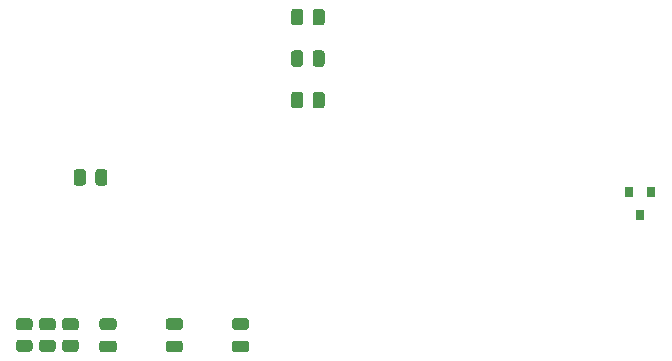
<source format=gtp>
%TF.GenerationSoftware,KiCad,Pcbnew,5.1.10*%
%TF.CreationDate,2021-06-17T09:11:18+01:00*%
%TF.ProjectId,controller,636f6e74-726f-46c6-9c65-722e6b696361,V0.2*%
%TF.SameCoordinates,Original*%
%TF.FileFunction,Paste,Top*%
%TF.FilePolarity,Positive*%
%FSLAX46Y46*%
G04 Gerber Fmt 4.6, Leading zero omitted, Abs format (unit mm)*
G04 Created by KiCad (PCBNEW 5.1.10) date 2021-06-17 09:11:18*
%MOMM*%
%LPD*%
G01*
G04 APERTURE LIST*
%ADD10R,0.800000X0.900000*%
G04 APERTURE END LIST*
G36*
G01*
X168605000Y-109940000D02*
X167655000Y-109940000D01*
G75*
G02*
X167405000Y-109690000I0J250000D01*
G01*
X167405000Y-109190000D01*
G75*
G02*
X167655000Y-108940000I250000J0D01*
G01*
X168605000Y-108940000D01*
G75*
G02*
X168855000Y-109190000I0J-250000D01*
G01*
X168855000Y-109690000D01*
G75*
G02*
X168605000Y-109940000I-250000J0D01*
G01*
G37*
G36*
G01*
X168605000Y-108040000D02*
X167655000Y-108040000D01*
G75*
G02*
X167405000Y-107790000I0J250000D01*
G01*
X167405000Y-107290000D01*
G75*
G02*
X167655000Y-107040000I250000J0D01*
G01*
X168605000Y-107040000D01*
G75*
G02*
X168855000Y-107290000I0J-250000D01*
G01*
X168855000Y-107790000D01*
G75*
G02*
X168605000Y-108040000I-250000J0D01*
G01*
G37*
G36*
G01*
X174212600Y-108040000D02*
X173262600Y-108040000D01*
G75*
G02*
X173012600Y-107790000I0J250000D01*
G01*
X173012600Y-107290000D01*
G75*
G02*
X173262600Y-107040000I250000J0D01*
G01*
X174212600Y-107040000D01*
G75*
G02*
X174462600Y-107290000I0J-250000D01*
G01*
X174462600Y-107790000D01*
G75*
G02*
X174212600Y-108040000I-250000J0D01*
G01*
G37*
G36*
G01*
X174212600Y-109940000D02*
X173262600Y-109940000D01*
G75*
G02*
X173012600Y-109690000I0J250000D01*
G01*
X173012600Y-109190000D01*
G75*
G02*
X173262600Y-108940000I250000J0D01*
G01*
X174212600Y-108940000D01*
G75*
G02*
X174462600Y-109190000I0J-250000D01*
G01*
X174462600Y-109690000D01*
G75*
G02*
X174212600Y-109940000I-250000J0D01*
G01*
G37*
G36*
G01*
X179820200Y-108040000D02*
X178870200Y-108040000D01*
G75*
G02*
X178620200Y-107790000I0J250000D01*
G01*
X178620200Y-107290000D01*
G75*
G02*
X178870200Y-107040000I250000J0D01*
G01*
X179820200Y-107040000D01*
G75*
G02*
X180070200Y-107290000I0J-250000D01*
G01*
X180070200Y-107790000D01*
G75*
G02*
X179820200Y-108040000I-250000J0D01*
G01*
G37*
G36*
G01*
X179820200Y-109940000D02*
X178870200Y-109940000D01*
G75*
G02*
X178620200Y-109690000I0J250000D01*
G01*
X178620200Y-109190000D01*
G75*
G02*
X178870200Y-108940000I250000J0D01*
G01*
X179820200Y-108940000D01*
G75*
G02*
X180070200Y-109190000I0J-250000D01*
G01*
X180070200Y-109690000D01*
G75*
G02*
X179820200Y-109940000I-250000J0D01*
G01*
G37*
G36*
G01*
X164500699Y-108870000D02*
X165400701Y-108870000D01*
G75*
G02*
X165650700Y-109119999I0J-249999D01*
G01*
X165650700Y-109645001D01*
G75*
G02*
X165400701Y-109895000I-249999J0D01*
G01*
X164500699Y-109895000D01*
G75*
G02*
X164250700Y-109645001I0J249999D01*
G01*
X164250700Y-109119999D01*
G75*
G02*
X164500699Y-108870000I249999J0D01*
G01*
G37*
G36*
G01*
X164500699Y-107045000D02*
X165400701Y-107045000D01*
G75*
G02*
X165650700Y-107294999I0J-249999D01*
G01*
X165650700Y-107820001D01*
G75*
G02*
X165400701Y-108070000I-249999J0D01*
G01*
X164500699Y-108070000D01*
G75*
G02*
X164250700Y-107820001I0J249999D01*
G01*
X164250700Y-107294999D01*
G75*
G02*
X164500699Y-107045000I249999J0D01*
G01*
G37*
G36*
G01*
X162544899Y-107045000D02*
X163444901Y-107045000D01*
G75*
G02*
X163694900Y-107294999I0J-249999D01*
G01*
X163694900Y-107820001D01*
G75*
G02*
X163444901Y-108070000I-249999J0D01*
G01*
X162544899Y-108070000D01*
G75*
G02*
X162294900Y-107820001I0J249999D01*
G01*
X162294900Y-107294999D01*
G75*
G02*
X162544899Y-107045000I249999J0D01*
G01*
G37*
G36*
G01*
X162544899Y-108870000D02*
X163444901Y-108870000D01*
G75*
G02*
X163694900Y-109119999I0J-249999D01*
G01*
X163694900Y-109645001D01*
G75*
G02*
X163444901Y-109895000I-249999J0D01*
G01*
X162544899Y-109895000D01*
G75*
G02*
X162294900Y-109645001I0J249999D01*
G01*
X162294900Y-109119999D01*
G75*
G02*
X162544899Y-108870000I249999J0D01*
G01*
G37*
G36*
G01*
X186472500Y-88129999D02*
X186472500Y-89030001D01*
G75*
G02*
X186222501Y-89280000I-249999J0D01*
G01*
X185697499Y-89280000D01*
G75*
G02*
X185447500Y-89030001I0J249999D01*
G01*
X185447500Y-88129999D01*
G75*
G02*
X185697499Y-87880000I249999J0D01*
G01*
X186222501Y-87880000D01*
G75*
G02*
X186472500Y-88129999I0J-249999D01*
G01*
G37*
G36*
G01*
X184647500Y-88129999D02*
X184647500Y-89030001D01*
G75*
G02*
X184397501Y-89280000I-249999J0D01*
G01*
X183872499Y-89280000D01*
G75*
G02*
X183622500Y-89030001I0J249999D01*
G01*
X183622500Y-88129999D01*
G75*
G02*
X183872499Y-87880000I249999J0D01*
G01*
X184397501Y-87880000D01*
G75*
G02*
X184647500Y-88129999I0J-249999D01*
G01*
G37*
G36*
G01*
X167051300Y-95573001D02*
X167051300Y-94672999D01*
G75*
G02*
X167301299Y-94423000I249999J0D01*
G01*
X167826301Y-94423000D01*
G75*
G02*
X168076300Y-94672999I0J-249999D01*
G01*
X168076300Y-95573001D01*
G75*
G02*
X167826301Y-95823000I-249999J0D01*
G01*
X167301299Y-95823000D01*
G75*
G02*
X167051300Y-95573001I0J249999D01*
G01*
G37*
G36*
G01*
X165226300Y-95573001D02*
X165226300Y-94672999D01*
G75*
G02*
X165476299Y-94423000I249999J0D01*
G01*
X166001301Y-94423000D01*
G75*
G02*
X166251300Y-94672999I0J-249999D01*
G01*
X166251300Y-95573001D01*
G75*
G02*
X166001301Y-95823000I-249999J0D01*
G01*
X165476299Y-95823000D01*
G75*
G02*
X165226300Y-95573001I0J249999D01*
G01*
G37*
G36*
G01*
X160589099Y-107045000D02*
X161489101Y-107045000D01*
G75*
G02*
X161739100Y-107294999I0J-249999D01*
G01*
X161739100Y-107820001D01*
G75*
G02*
X161489101Y-108070000I-249999J0D01*
G01*
X160589099Y-108070000D01*
G75*
G02*
X160339100Y-107820001I0J249999D01*
G01*
X160339100Y-107294999D01*
G75*
G02*
X160589099Y-107045000I249999J0D01*
G01*
G37*
G36*
G01*
X160589099Y-108870000D02*
X161489101Y-108870000D01*
G75*
G02*
X161739100Y-109119999I0J-249999D01*
G01*
X161739100Y-109645001D01*
G75*
G02*
X161489101Y-109895000I-249999J0D01*
G01*
X160589099Y-109895000D01*
G75*
G02*
X160339100Y-109645001I0J249999D01*
G01*
X160339100Y-109119999D01*
G75*
G02*
X160589099Y-108870000I249999J0D01*
G01*
G37*
G36*
G01*
X185447500Y-82000001D02*
X185447500Y-81099999D01*
G75*
G02*
X185697499Y-80850000I249999J0D01*
G01*
X186222501Y-80850000D01*
G75*
G02*
X186472500Y-81099999I0J-249999D01*
G01*
X186472500Y-82000001D01*
G75*
G02*
X186222501Y-82250000I-249999J0D01*
G01*
X185697499Y-82250000D01*
G75*
G02*
X185447500Y-82000001I0J249999D01*
G01*
G37*
G36*
G01*
X183622500Y-82000001D02*
X183622500Y-81099999D01*
G75*
G02*
X183872499Y-80850000I249999J0D01*
G01*
X184397501Y-80850000D01*
G75*
G02*
X184647500Y-81099999I0J-249999D01*
G01*
X184647500Y-82000001D01*
G75*
G02*
X184397501Y-82250000I-249999J0D01*
G01*
X183872499Y-82250000D01*
G75*
G02*
X183622500Y-82000001I0J249999D01*
G01*
G37*
D10*
X214120000Y-96330000D03*
X212220000Y-96330000D03*
X213170000Y-98330000D03*
G36*
G01*
X186472500Y-84614999D02*
X186472500Y-85515001D01*
G75*
G02*
X186222501Y-85765000I-249999J0D01*
G01*
X185697499Y-85765000D01*
G75*
G02*
X185447500Y-85515001I0J249999D01*
G01*
X185447500Y-84614999D01*
G75*
G02*
X185697499Y-84365000I249999J0D01*
G01*
X186222501Y-84365000D01*
G75*
G02*
X186472500Y-84614999I0J-249999D01*
G01*
G37*
G36*
G01*
X184647500Y-84614999D02*
X184647500Y-85515001D01*
G75*
G02*
X184397501Y-85765000I-249999J0D01*
G01*
X183872499Y-85765000D01*
G75*
G02*
X183622500Y-85515001I0J249999D01*
G01*
X183622500Y-84614999D01*
G75*
G02*
X183872499Y-84365000I249999J0D01*
G01*
X184397501Y-84365000D01*
G75*
G02*
X184647500Y-84614999I0J-249999D01*
G01*
G37*
M02*

</source>
